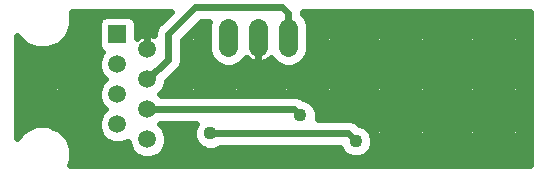
<source format=gbl>
G75*
%MOIN*%
%OFA0B0*%
%FSLAX24Y24*%
%IPPOS*%
%LPD*%
%AMOC8*
5,1,8,0,0,1.08239X$1,22.5*
%
%ADD10C,0.0640*%
%ADD11C,0.0594*%
%ADD12R,0.0594X0.0594*%
%ADD13C,0.0240*%
%ADD14C,0.0436*%
D10*
X009404Y004921D02*
X009404Y005561D01*
X010404Y005561D02*
X010404Y004921D01*
X011404Y004921D02*
X011404Y005561D01*
D11*
X006704Y004844D03*
X005704Y004344D03*
X006704Y003844D03*
X005704Y003344D03*
X006704Y002844D03*
X005704Y002344D03*
X006704Y001844D03*
D12*
X005704Y005344D03*
D13*
X004204Y001145D02*
X004137Y000984D01*
X019464Y000984D01*
X019464Y006104D01*
X011884Y006104D01*
X011884Y006043D01*
X011980Y005946D01*
X012084Y005696D01*
X012084Y004786D01*
X011980Y004536D01*
X011789Y004344D01*
X011539Y004241D01*
X011269Y004241D01*
X011019Y004344D01*
X010827Y004536D01*
X010814Y004568D01*
X010756Y004509D01*
X010687Y004459D01*
X010611Y004421D01*
X010530Y004394D01*
X010446Y004381D01*
X010404Y004381D01*
X010404Y005241D01*
X010404Y005241D01*
X010404Y004381D01*
X010361Y004381D01*
X010277Y004394D01*
X010196Y004421D01*
X010121Y004459D01*
X010052Y004509D01*
X009993Y004568D01*
X009980Y004536D01*
X009789Y004344D01*
X009539Y004241D01*
X009269Y004241D01*
X009019Y004344D01*
X008827Y004536D01*
X008724Y004786D01*
X008724Y005696D01*
X008752Y005764D01*
X008503Y005764D01*
X007884Y005145D01*
X007884Y004580D01*
X007887Y004572D01*
X007884Y004485D01*
X007884Y004399D01*
X007880Y004390D01*
X007880Y004381D01*
X007844Y004302D01*
X007811Y004222D01*
X007804Y004216D01*
X007800Y004207D01*
X007737Y004148D01*
X007676Y004087D01*
X007667Y004084D01*
X007361Y003799D01*
X007361Y003713D01*
X007261Y003472D01*
X007133Y003344D01*
X007153Y003324D01*
X011699Y003324D01*
X011876Y003251D01*
X011904Y003222D01*
X011919Y003222D01*
X012131Y003134D01*
X012294Y002972D01*
X012382Y002759D01*
X012382Y002529D01*
X012380Y002524D01*
X013499Y002524D01*
X013676Y002451D01*
X013754Y002372D01*
X013769Y002372D01*
X013981Y002284D01*
X014144Y002122D01*
X014232Y001909D01*
X014232Y001679D01*
X014144Y001467D01*
X013981Y001304D01*
X013769Y001216D01*
X013539Y001216D01*
X013326Y001304D01*
X013164Y001467D01*
X013123Y001564D01*
X009141Y001564D01*
X009131Y001554D01*
X008919Y001466D01*
X008689Y001466D01*
X008476Y001554D01*
X008314Y001717D01*
X008226Y001929D01*
X008226Y002159D01*
X008311Y002364D01*
X007153Y002364D01*
X007133Y002344D01*
X007261Y002216D01*
X007361Y001975D01*
X007361Y001713D01*
X007261Y001472D01*
X007076Y001287D01*
X006834Y001187D01*
X006573Y001187D01*
X006332Y001287D01*
X006147Y001472D01*
X006047Y001713D01*
X006047Y001775D01*
X005834Y001687D01*
X005573Y001687D01*
X005332Y001787D01*
X005147Y001972D01*
X005047Y002213D01*
X005047Y002475D01*
X005147Y002716D01*
X005274Y002844D01*
X005147Y002972D01*
X005047Y003213D01*
X005047Y003475D01*
X005147Y003716D01*
X005274Y003844D01*
X005147Y003972D01*
X005047Y004213D01*
X005047Y004475D01*
X005147Y004716D01*
X005187Y004757D01*
X005101Y004843D01*
X005047Y004975D01*
X005047Y005713D01*
X005101Y005845D01*
X005203Y005946D01*
X005335Y006001D01*
X006073Y006001D01*
X006205Y005946D01*
X006306Y005845D01*
X006361Y005713D01*
X006361Y005233D01*
X006367Y005239D01*
X006433Y005286D01*
X006505Y005323D01*
X006583Y005349D01*
X006663Y005361D01*
X006704Y005361D01*
X006704Y004844D01*
X006704Y004844D01*
X006704Y005361D01*
X006744Y005361D01*
X006825Y005349D01*
X006902Y005323D01*
X006924Y005312D01*
X006924Y005440D01*
X006997Y005616D01*
X007132Y005751D01*
X007485Y006104D01*
X004178Y006104D01*
X004204Y006043D01*
X004204Y005645D01*
X004052Y005278D01*
X003770Y004996D01*
X003403Y004844D01*
X003005Y004844D01*
X002637Y004996D01*
X002356Y005278D01*
X002344Y005307D01*
X002344Y001881D01*
X002356Y001911D01*
X002637Y002192D01*
X003005Y002344D01*
X003403Y002344D01*
X003770Y002192D01*
X004052Y001911D01*
X004204Y001543D01*
X004204Y001145D01*
X004152Y001021D02*
X019464Y001021D01*
X019314Y000984D02*
X019314Y006104D01*
X019464Y006030D02*
X011897Y006030D01*
X011921Y006006D02*
X011921Y006104D01*
X012159Y006104D02*
X012159Y003106D01*
X012051Y003168D02*
X019464Y003168D01*
X019464Y003406D02*
X007195Y003406D01*
X007151Y003362D02*
X007151Y003326D01*
X007389Y003324D02*
X007389Y003826D01*
X007451Y003883D02*
X019464Y003883D01*
X019464Y003645D02*
X007332Y003645D01*
X006704Y003844D02*
X007404Y004494D01*
X007404Y005344D01*
X008304Y006244D01*
X011204Y006244D01*
X011404Y006044D01*
X011404Y005241D01*
X012084Y005314D02*
X019464Y005314D01*
X019464Y005076D02*
X012084Y005076D01*
X012084Y004837D02*
X019464Y004837D01*
X019464Y004599D02*
X012006Y004599D01*
X011921Y004476D02*
X011921Y003221D01*
X011682Y003324D02*
X011682Y004300D01*
X011805Y004360D02*
X019464Y004360D01*
X019464Y004122D02*
X007710Y004122D01*
X007628Y004047D02*
X007628Y003324D01*
X007866Y003324D02*
X007866Y004351D01*
X007870Y004360D02*
X009003Y004360D01*
X009059Y004328D02*
X009059Y003324D01*
X009297Y003324D02*
X009297Y004241D01*
X009536Y004241D02*
X009536Y003324D01*
X009774Y003324D02*
X009774Y004338D01*
X009805Y004360D02*
X011003Y004360D01*
X010967Y004396D02*
X010967Y003324D01*
X011205Y003324D02*
X011205Y004267D01*
X011444Y004241D02*
X011444Y003324D01*
X010728Y003324D02*
X010728Y004489D01*
X010490Y004388D02*
X010490Y003324D01*
X010251Y003324D02*
X010251Y004403D01*
X010404Y004599D02*
X010404Y004599D01*
X010013Y004548D02*
X010013Y003324D01*
X008820Y003324D02*
X008820Y004553D01*
X008801Y004599D02*
X007884Y004599D01*
X007884Y004837D02*
X008724Y004837D01*
X008724Y005076D02*
X007884Y005076D01*
X008053Y005314D02*
X008724Y005314D01*
X008724Y005553D02*
X008291Y005553D01*
X008343Y005605D02*
X008343Y003324D01*
X008105Y003324D02*
X008105Y005366D01*
X008582Y005764D02*
X008582Y003324D01*
X006704Y002844D02*
X011604Y002844D01*
X011804Y002644D01*
X011754Y002694D01*
X012311Y002929D02*
X019464Y002929D01*
X019464Y002691D02*
X012382Y002691D01*
X012398Y002524D02*
X012398Y006104D01*
X012636Y006104D02*
X012636Y002524D01*
X012875Y002524D02*
X012875Y006104D01*
X013113Y006104D02*
X013113Y002524D01*
X013352Y002524D02*
X013352Y006104D01*
X013590Y006104D02*
X013590Y002486D01*
X013673Y002452D02*
X019464Y002452D01*
X019464Y002214D02*
X014052Y002214D01*
X014067Y002198D02*
X014067Y006104D01*
X013829Y006104D02*
X013829Y002347D01*
X013404Y002044D02*
X013654Y001794D01*
X013404Y002044D02*
X008804Y002044D01*
X008248Y002214D02*
X007262Y002214D01*
X007151Y002326D02*
X007151Y002362D01*
X007389Y002364D02*
X007389Y000984D01*
X007151Y000984D02*
X007151Y001362D01*
X007010Y001260D02*
X013433Y001260D01*
X013352Y001293D02*
X013352Y000984D01*
X013590Y000984D02*
X013590Y001216D01*
X013829Y001241D02*
X013829Y000984D01*
X014067Y000984D02*
X014067Y001390D01*
X014157Y001498D02*
X019464Y001498D01*
X019464Y001260D02*
X013874Y001260D01*
X013151Y001498D02*
X008996Y001498D01*
X009059Y001524D02*
X009059Y000984D01*
X009297Y000984D02*
X009297Y001564D01*
X009536Y001564D02*
X009536Y000984D01*
X009774Y000984D02*
X009774Y001564D01*
X010013Y001564D02*
X010013Y000984D01*
X010251Y000984D02*
X010251Y001564D01*
X010490Y001564D02*
X010490Y000984D01*
X010728Y000984D02*
X010728Y001564D01*
X010967Y001564D02*
X010967Y000984D01*
X011205Y000984D02*
X011205Y001564D01*
X011444Y001564D02*
X011444Y000984D01*
X011682Y000984D02*
X011682Y001564D01*
X011921Y001564D02*
X011921Y000984D01*
X012159Y000984D02*
X012159Y001564D01*
X012398Y001564D02*
X012398Y000984D01*
X012636Y000984D02*
X012636Y001564D01*
X012875Y001564D02*
X012875Y000984D01*
X013113Y000984D02*
X013113Y001564D01*
X014232Y001737D02*
X019464Y001737D01*
X019464Y001975D02*
X014205Y001975D01*
X014306Y000984D02*
X014306Y006104D01*
X014544Y006104D02*
X014544Y000984D01*
X014783Y000984D02*
X014783Y006104D01*
X015021Y006104D02*
X015021Y000984D01*
X015260Y000984D02*
X015260Y006104D01*
X015498Y006104D02*
X015498Y000984D01*
X015737Y000984D02*
X015737Y006104D01*
X015975Y006104D02*
X015975Y000984D01*
X016214Y000984D02*
X016214Y006104D01*
X016452Y006104D02*
X016452Y000984D01*
X016691Y000984D02*
X016691Y006104D01*
X016929Y006104D02*
X016929Y000984D01*
X017168Y000984D02*
X017168Y006104D01*
X017406Y006104D02*
X017406Y000984D01*
X017645Y000984D02*
X017645Y006104D01*
X017883Y006104D02*
X017883Y000984D01*
X018122Y000984D02*
X018122Y006104D01*
X018360Y006104D02*
X018360Y000984D01*
X018599Y000984D02*
X018599Y006104D01*
X018837Y006104D02*
X018837Y000984D01*
X019076Y000984D02*
X019076Y006104D01*
X019464Y005791D02*
X012044Y005791D01*
X012084Y005553D02*
X019464Y005553D01*
X011954Y004194D02*
X011904Y004144D01*
X010404Y004837D02*
X010404Y004837D01*
X010404Y005076D02*
X010404Y005076D01*
X007410Y006030D02*
X004204Y006030D01*
X004289Y006104D02*
X004289Y000984D01*
X004527Y000984D02*
X004527Y006104D01*
X004766Y006104D02*
X004766Y000984D01*
X005004Y000984D02*
X005004Y006104D01*
X005243Y006104D02*
X005243Y005963D01*
X005481Y006001D02*
X005481Y006104D01*
X005720Y006104D02*
X005720Y006001D01*
X005958Y006001D02*
X005958Y006104D01*
X006197Y006104D02*
X006197Y005950D01*
X006435Y006104D02*
X006435Y005288D01*
X006487Y005314D02*
X006361Y005314D01*
X006674Y005361D02*
X006674Y006104D01*
X006912Y006104D02*
X006912Y005318D01*
X006920Y005314D02*
X006924Y005314D01*
X006704Y005314D02*
X006704Y005314D01*
X006704Y005076D02*
X006704Y005076D01*
X006971Y005553D02*
X006361Y005553D01*
X006329Y005791D02*
X007172Y005791D01*
X007151Y005770D02*
X007151Y006104D01*
X007389Y006104D02*
X007389Y006008D01*
X005079Y005791D02*
X004204Y005791D01*
X004165Y005553D02*
X005047Y005553D01*
X005047Y005314D02*
X004067Y005314D01*
X004050Y005276D02*
X004050Y001912D01*
X003987Y001975D02*
X005145Y001975D01*
X005243Y001876D02*
X005243Y000984D01*
X005481Y000984D02*
X005481Y001725D01*
X005453Y001737D02*
X004124Y001737D01*
X004204Y001498D02*
X006136Y001498D01*
X006197Y001422D02*
X006197Y000984D01*
X006435Y000984D02*
X006435Y001244D01*
X006398Y001260D02*
X004204Y001260D01*
X005720Y000984D02*
X005720Y001687D01*
X005954Y001737D02*
X006047Y001737D01*
X005958Y001738D02*
X005958Y000984D01*
X006674Y000984D02*
X006674Y001187D01*
X006912Y001219D02*
X006912Y000984D01*
X007628Y000984D02*
X007628Y002364D01*
X007866Y002364D02*
X007866Y000984D01*
X008105Y000984D02*
X008105Y002364D01*
X008226Y001975D02*
X007361Y001975D01*
X007361Y001737D02*
X008305Y001737D01*
X008343Y001687D02*
X008343Y000984D01*
X008582Y000984D02*
X008582Y001510D01*
X008611Y001498D02*
X007272Y001498D01*
X008820Y001466D02*
X008820Y000984D01*
X005047Y002214D02*
X003718Y002214D01*
X003812Y002150D02*
X003812Y005038D01*
X003849Y005076D02*
X005047Y005076D01*
X005107Y004837D02*
X002344Y004837D01*
X002619Y005014D02*
X002619Y002174D01*
X002690Y002214D02*
X002344Y002214D01*
X002344Y002452D02*
X005047Y002452D01*
X005136Y002691D02*
X002344Y002691D01*
X002344Y002929D02*
X005189Y002929D01*
X005243Y002876D02*
X005243Y002812D01*
X005066Y003168D02*
X002344Y003168D01*
X002344Y003406D02*
X005047Y003406D01*
X005117Y003645D02*
X002344Y003645D01*
X002344Y003883D02*
X005235Y003883D01*
X005243Y003876D02*
X005243Y003812D01*
X005085Y004122D02*
X002344Y004122D01*
X002344Y004360D02*
X005047Y004360D01*
X005098Y004599D02*
X002344Y004599D01*
X002858Y004905D02*
X002858Y002283D01*
X003096Y002344D02*
X003096Y004844D01*
X003335Y004844D02*
X003335Y002344D01*
X003573Y002273D02*
X003573Y004915D01*
X002558Y005076D02*
X002344Y005076D01*
X002381Y005253D02*
X002381Y001935D01*
X002344Y001975D02*
X002421Y001975D01*
D14*
X008054Y003594D03*
X008804Y002044D03*
X010954Y001194D03*
X013654Y001794D03*
X011804Y002644D03*
X011954Y004194D03*
X015054Y004194D03*
X012704Y005544D03*
X017454Y002544D03*
X017454Y001794D03*
M02*

</source>
